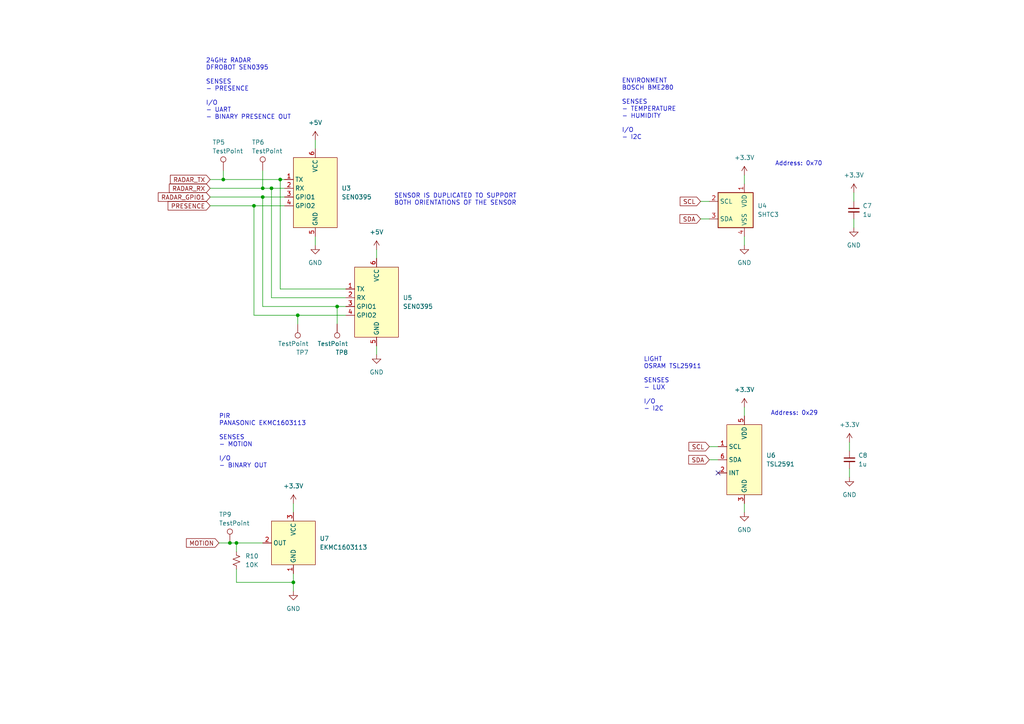
<source format=kicad_sch>
(kicad_sch (version 20211123) (generator eeschema)
  (paper "A4")
  (title_block (title "ESPHome MultiPresence Sensor") (rev "1.0") (comment 1 "Sensors"))
  (lib_symbols
    (symbol "Connector:TestPoint" (pin_numbers hide) (pin_names (offset 0.762) hide)
      (property "Reference" "TP" (at 0 6.858 0))
      (property "Value" "TestPoint" (at 0 5.08 0))
      (symbol "TestPoint_0_1"
        (circle (center 0 3.302) (radius 0.762))
      )
      (symbol "TestPoint_1_1"
        (pin passive line (at 0 0 90) (length 2.54) (name "1") (number "1"))
      )
    )
    (symbol "Device:C_Small" (pin_numbers hide) (pin_names (offset 0.254) hide)
      (property "Reference" "C" (at 0.254 1.778 0))
      (property "Value" "C_Small" (at 0.254 -2.032 0))
      (symbol "C_Small_0_1"
        (polyline (pts (xy -1.524 -0.508) (xy 1.524 -0.508)) (stroke (width 0.3302)))
        (polyline (pts (xy -1.524 0.508) (xy 1.524 0.508)) (stroke (width 0.3048)))
      )
      (symbol "C_Small_1_1"
        (pin passive line (at 0 2.54 270) (length 2.032) (name "~") (number "1"))
        (pin passive line (at 0 -2.54 90) (length 2.032) (name "~") (number "2"))
      )
    )
    (symbol "Device:R_Small_US" (pin_numbers hide) (pin_names (offset 0.254) hide)
      (property "Reference" "R" (at 0.762 0.508 0))
      (property "Value" "R_Small_US" (at 0.762 -1.016 0))
      (symbol "R_Small_US_1_1"
        (polyline (pts (xy 0 0) (xy 1.016 -0.381) (xy 0 -0.762) (xy -1.016 -1.143) (xy 0 -1.524)))
        (polyline (pts (xy 0 1.524) (xy 1.016 1.143) (xy 0 0.762) (xy -1.016 0.381) (xy 0 0)))
        (pin passive line (at 0 2.54 270) (length 1.016) (name "~") (number "1"))
        (pin passive line (at 0 -2.54 90) (length 1.016) (name "~") (number "2"))
      )
    )
    (symbol "My Symbols:EKMxxxxxxxxx"
      (property "Reference" "U" (at 5.08 -2.54 0))
      (property "Value" "EKMxxxxxxxxx" (at 5.08 0 0))
      (symbol "EKMxxxxxxxxx_0_1"
        (rectangle (start -6.35 -6.35) (end 6.35 -19.05) (fill (type background)))
      )
      (symbol "EKMxxxxxxxxx_1_1"
        (pin input line (at 0 -21.59 90) (length 2.54) (name "GND") (number "1"))
        (pin input line (at -8.89 -12.7 0) (length 2.54) (name "OUT") (number "2"))
        (pin input line (at 0 -3.81 270) (length 2.54) (name "VCC") (number "3"))
      )
    )
    (symbol "My Symbols:SEN0395"
      (property "Reference" "U" (at 5.08 -2.54 0))
      (property "Value" "SEN0395" (at 5.08 0 0))
      (symbol "SEN0395_0_1"
        (rectangle (start -6.35 -6.35) (end 6.35 -26.67) (fill (type background)))
      )
      (symbol "SEN0395_1_1"
        (pin input line (at -8.89 -12.7 0) (length 2.54) (name "TX") (number "1"))
        (pin input line (at -8.89 -15.24 0) (length 2.54) (name "RX") (number "2"))
        (pin input line (at -8.89 -17.78 0) (length 2.54) (name "GPIO1") (number "3"))
        (pin input line (at -8.89 -20.32 0) (length 2.54) (name "GPIO2") (number "4"))
        (pin input line (at 0 -29.21 90) (length 2.54) (name "GND") (number "5"))
        (pin input line (at 0 -3.81 270) (length 2.54) (name "VCC") (number "6"))
        (pin input line (at 8.89 -15.24 180) (length 2.54) hide (name "NC1") (number "7"))
        (pin input line (at 8.89 -17.78 180) (length 2.54) hide (name "NC2") (number "8"))
      )
    )
    (symbol "My Symbols:TSL2591"
      (property "Reference" "U" (at 3.81 -15.24 0))
      (property "Value" "TSL2591" (at 3.81 -12.7 0))
      (symbol "TSL2591_0_1"
        (rectangle (start -5.08 -17.78) (end 5.08 -38.1) (fill (type background)))
      )
      (symbol "TSL2591_1_1"
        (pin input line (at -7.62 -24.13 0) (length 2.54) (name "SCL") (number "1"))
        (pin input line (at -7.62 -31.75 0) (length 2.54) (name "INT") (number "2"))
        (pin input line (at 0 -40.64 90) (length 2.54) (name "GND") (number "3"))
        (pin input line (at 7.62 -27.94 180) (length 2.54) hide (name "NC") (number "4"))
        (pin input line (at 0 -15.24 270) (length 2.54) (name "VDD") (number "5"))
        (pin input line (at -7.62 -27.94 0) (length 2.54) (name "SDA") (number "6"))
      )
    )
    (symbol "Sensor_Humidity:SHTC3"
      (property "Reference" "U5" (at 6.35 1.2701 0))
      (property "Value" "SHTC3" (at 6.35 -1.2699 0))
      (symbol "SHTC3_1_1"
        (rectangle (start -5.08 5.08) (end 5.08 -5.08) (stroke (width 0.254)) (fill (type background)))
        (pin power_in line (at 2.54 7.62 270) (length 2.54) (name "VDD") (number "1"))
        (pin input line (at -7.62 2.54 0) (length 2.54) (name "SCL") (number "2"))
        (pin bidirectional line (at -7.62 -2.54 0) (length 2.54) (name "SDA") (number "3"))
        (pin power_in line (at 2.54 -7.62 90) (length 2.54) (name "VSS") (number "4"))
        (pin no_connect line (at 2.54 -7.62 90) (length 2.54) hide (name "VSS") (number "5"))
      )
    )
    (symbol "power:+3.3V" (power) (pin_names (offset 0))
      (property "Value" "+3.3V" (at 0 3.556 0))
      (symbol "+3.3V_0_1"
        (polyline (pts (xy -0.762 1.27) (xy 0 2.54)))
        (polyline (pts (xy 0 0) (xy 0 2.54)))
        (polyline (pts (xy 0 2.54) (xy 0.762 1.27)))
      )
      (symbol "+3.3V_1_1"
        (pin power_in line (at 0 0 90) (length 0) hide (name "+3.3V") (number "1"))
      )
    )
    (symbol "power:+5V" (power) (pin_names (offset 0))
      (property "Value" "+5V" (at 0 3.556 0))
      (symbol "+5V_0_1"
        (polyline (pts (xy -0.762 1.27) (xy 0 2.54)))
        (polyline (pts (xy 0 0) (xy 0 2.54)))
        (polyline (pts (xy 0 2.54) (xy 0.762 1.27)))
      )
      (symbol "+5V_1_1"
        (pin power_in line (at 0 0 90) (length 0) hide (name "+5V") (number "1"))
      )
    )
    (symbol "power:GND" (power) (pin_names (offset 0))
      (property "Value" "GND" (at 0 -3.81 0))
      (symbol "GND_0_1"
        (polyline (pts (xy 0 0) (xy 0 -1.27) (xy 1.27 -1.27) (xy 0 -2.54) (xy -1.27 -1.27) (xy 0 -1.27)))
      )
      (symbol "GND_1_1"
        (pin power_in line (at 0 0 270) (length 0) hide (name "GND") (number "1"))
      )
    )
  )
  (junction (at 68.58 157.48))
  (junction (at 64.77 52.07))
  (junction (at 78.74 54.61))
  (junction (at 73.66 59.69))
  (junction (at 76.2 54.61))
  (junction (at 97.79 88.9))
  (junction (at 81.28 52.07))
  (junction (at 66.675 157.48))
  (junction (at 76.2 57.15))
  (junction (at 86.36 91.44))
  (junction (at 85.09 168.91))
  (no_connect (at 208.28 137.16))
  (wire (pts (xy 246.38 135.89) (xy 246.38 138.43)))
  (wire (pts (xy 60.96 59.69) (xy 73.66 59.69)))
  (wire (pts (xy 66.675 157.48) (xy 68.58 157.48)))
  (wire (pts (xy 215.9 50.8) (xy 215.9 53.34)))
  (wire (pts (xy 247.65 55.88) (xy 247.65 58.42)))
  (wire (pts (xy 86.36 91.44) (xy 100.33 91.44)))
  (wire (pts (xy 78.74 86.36) (xy 78.74 54.61)))
  (wire (pts (xy 215.9 71.12) (xy 215.9 68.58)))
  (wire (pts (xy 203.2 63.5) (xy 205.74 63.5)))
  (wire (pts (xy 76.2 54.61) (xy 78.74 54.61)))
  (wire (pts (xy 97.79 88.9) (xy 76.2 88.9)))
  (wire (pts (xy 100.33 86.36) (xy 78.74 86.36)))
  (wire (pts (xy 205.74 129.54) (xy 208.28 129.54)))
  (wire (pts (xy 247.65 63.5) (xy 247.65 66.04)))
  (wire (pts (xy 85.09 146.05) (xy 85.09 148.59)))
  (wire (pts (xy 60.96 54.61) (xy 76.2 54.61)))
  (wire (pts (xy 91.44 40.64) (xy 91.44 43.18)))
  (wire (pts (xy 68.58 165.1) (xy 68.58 168.91)))
  (wire (pts (xy 85.09 168.91) (xy 85.09 166.37)))
  (wire (pts (xy 85.09 171.45) (xy 85.09 168.91)))
  (wire (pts (xy 64.77 49.53) (xy 64.77 52.07)))
  (wire (pts (xy 78.74 54.61) (xy 82.55 54.61)))
  (wire (pts (xy 246.38 128.27) (xy 246.38 130.81)))
  (wire (pts (xy 73.66 91.44) (xy 86.36 91.44)))
  (wire (pts (xy 68.58 157.48) (xy 76.2 157.48)))
  (wire (pts (xy 68.58 168.91) (xy 85.09 168.91)))
  (wire (pts (xy 73.66 59.69) (xy 82.55 59.69)))
  (wire (pts (xy 97.79 88.9) (xy 97.79 93.98)))
  (wire (pts (xy 215.9 118.11) (xy 215.9 120.65)))
  (wire (pts (xy 81.28 52.07) (xy 82.55 52.07)))
  (wire (pts (xy 81.28 83.82) (xy 81.28 52.07)))
  (wire (pts (xy 203.2 58.42) (xy 205.74 58.42)))
  (wire (pts (xy 76.2 49.53) (xy 76.2 54.61)))
  (wire (pts (xy 68.58 157.48) (xy 68.58 160.02)))
  (wire (pts (xy 60.96 52.07) (xy 64.77 52.07)))
  (wire (pts (xy 76.2 57.15) (xy 82.55 57.15)))
  (wire (pts (xy 100.33 88.9) (xy 97.79 88.9)))
  (wire (pts (xy 205.74 133.35) (xy 208.28 133.35)))
  (wire (pts (xy 86.36 93.98) (xy 86.36 91.44)))
  (wire (pts (xy 100.33 83.82) (xy 81.28 83.82)))
  (wire (pts (xy 73.66 59.69) (xy 73.66 91.44)))
  (wire (pts (xy 109.22 72.39) (xy 109.22 74.93)))
  (wire (pts (xy 64.77 52.07) (xy 81.28 52.07)))
  (wire (pts (xy 215.9 146.05) (xy 215.9 148.59)))
  (wire (pts (xy 91.44 71.12) (xy 91.44 68.58)))
  (wire (pts (xy 76.2 88.9) (xy 76.2 57.15)))
  (wire (pts (xy 63.5 157.48) (xy 66.675 157.48)))
  (wire (pts (xy 109.22 102.87) (xy 109.22 100.33)))
  (wire (pts (xy 60.96 57.15) (xy 76.2 57.15)))
  (text "\nPIR\nPANASONIC EKMC1603113\n\nSENSES\n- MOTION\n\nI/O\n- BINARY OUT\n" (at 63.5 135.89 0) (effects (font (size 1.27 1.27)) (justify left bottom)))
  (text "Address: 0x70" (at 224.79 48.26 0) (effects (font (size 1.27 1.27)) (justify left bottom)))
  (text "ENVIRONMENT\nBOSCH BME280\n\nSENSES\n- TEMPERATURE\n- HUMIDITY\n\nI/O\n- I2C" (at 180.34 40.64 0) (effects (font (size 1.27 1.27)) (justify left bottom)))
  (text "24GHz RADAR\nDFROBOT SEN0395\n\nSENSES\n- PRESENCE\n\nI/O\n- UART\n- BINARY PRESENCE OUT\n\n" (at 59.69 36.83 0) (effects (font (size 1.27 1.27)) (justify left bottom)))
  (text "Address: 0x29\n" (at 223.52 120.65 0) (effects (font (size 1.27 1.27)) (justify left bottom)))
  (text "LIGHT\nOSRAM TSL25911\n\nSENSES\n- LUX\n\nI/O\n- I2C" (at 186.69 119.38 0) (effects (font (size 1.27 1.27)) (justify left bottom)))
  (text "SENSOR IS DUPLICATED TO SUPPORT\nBOTH ORIENTATIONS OF THE SENSOR" (at 114.3 59.69 0) (effects (font (size 1.27 1.27)) (justify left bottom)))
  (global_label "SDA" (shape input) (at 203.2 63.5 180) (property "Intersheet References" "${INTERSHEET_REFS}" (effects hide)))
  (global_label "RADAR_RX" (shape input) (at 60.96 54.61 180) (property "Intersheet References" "${INTERSHEET_REFS}" (effects hide)))
  (global_label "SCL" (shape input) (at 205.74 129.54 180) (property "Intersheet References" "${INTERSHEET_REFS}" (effects hide)))
  (global_label "SCL" (shape input) (at 203.2 58.42 180) (property "Intersheet References" "${INTERSHEET_REFS}" (effects hide)))
  (global_label "PRESENCE" (shape input) (at 60.96 59.69 180) (property "Intersheet References" "${INTERSHEET_REFS}" (effects hide)))
  (global_label "RADAR_TX" (shape input) (at 60.96 52.07 180) (property "Intersheet References" "${INTERSHEET_REFS}" (effects hide)))
  (global_label "MOTION" (shape input) (at 63.5 157.48 180) (property "Intersheet References" "${INTERSHEET_REFS}" (effects hide)))
  (global_label "RADAR_GPIO1" (shape input) (at 60.96 57.15 180) (property "Intersheet References" "${INTERSHEET_REFS}" (effects hide)))
  (global_label "SDA" (shape input) (at 205.74 133.35 180) (property "Intersheet References" "${INTERSHEET_REFS}" (effects hide)))
  (symbol (lib_id "power:GND") (at 109.22 102.87 0) (unit 1)
    (property "Reference" "#PWR024" (effects hide))
    (property "Value" "GND" (at 109.22 107.95 0))
  )
  (symbol (lib_id "Device:C_Small") (at 246.38 133.35 0) (unit 1)
    (property "Reference" "C8" (at 248.92 132.0862 0) (effects (justify left)))
    (property "Value" "1u" (at 248.92 134.6262 0) (effects (justify left)))
    (property "Footprint" "Resistor_SMD:R_0603_1608Metric" (effects hide))
  )
  (symbol (lib_id "Connector:TestPoint") (at 97.79 93.98 180) (unit 1)
    (property "Reference" "TP8" (at 100.965 102.235 0) (effects (justify left)))
    (property "Value" "TestPoint" (at 100.965 99.695 0) (effects (justify left)))
    (property "Footprint" "TestPoint:TestPoint_THTPad_2.0x2.0mm_Drill1.0mm" (effects hide))
  )
  (symbol (lib_id "power:+3.3V") (at 215.9 118.11 0) (unit 1)
    (property "Reference" "#PWR025" (effects hide))
    (property "Value" "+3.3V" (at 215.9 113.03 0))
  )
  (symbol (lib_id "Connector:TestPoint") (at 76.2 49.53 0) (unit 1)
    (property "Reference" "TP6" (at 73.025 41.275 0) (effects (justify left)))
    (property "Value" "TestPoint" (at 73.025 43.815 0) (effects (justify left)))
    (property "Footprint" "TestPoint:TestPoint_THTPad_2.0x2.0mm_Drill1.0mm" (effects hide))
  )
  (symbol (lib_id "power:GND") (at 91.44 71.12 0) (unit 1)
    (property "Reference" "#PWR021" (effects hide))
    (property "Value" "GND" (at 91.44 76.2 0))
  )
  (symbol (lib_id "power:+3.3V") (at 247.65 55.88 0) (unit 1)
    (property "Reference" "#PWR019" (effects hide))
    (property "Value" "+3.3V" (at 247.65 50.8 0))
  )
  (symbol (lib_id "power:+3.3V") (at 215.9 50.8 0) (unit 1)
    (property "Reference" "#PWR018" (effects hide))
    (property "Value" "+3.3V" (at 215.9 45.72 0))
  )
  (symbol (lib_id "Device:C_Small") (at 247.65 60.96 0) (unit 1)
    (property "Reference" "C7" (at 250.19 59.6962 0) (effects (justify left)))
    (property "Value" "1u" (at 250.19 62.2362 0) (effects (justify left)))
    (property "Footprint" "Resistor_SMD:R_0603_1608Metric" (effects hide))
  )
  (symbol (lib_id "power:+5V") (at 109.22 72.39 0) (unit 1)
    (property "Reference" "#PWR023" (effects hide))
    (property "Value" "+5V" (at 109.22 67.31 0))
  )
  (symbol (lib_id "power:+3.3V") (at 246.38 128.27 0) (unit 1)
    (property "Reference" "#PWR026" (effects hide))
    (property "Value" "+3.3V" (at 246.38 123.19 0))
  )
  (symbol (lib_id "My Symbols:TSL2591") (at 215.9 105.41 0) (unit 1)
    (property "Reference" "U6" (at 222.25 132.0799 0) (effects (justify left)))
    (property "Value" "TSL2591" (at 222.25 134.6199 0) (effects (justify left)))
    (property "Footprint" "My Footprints:ODFN-6" (effects hide))
    (property "Datasheet" "https://www.mouser.com/datasheet/2/588/TSL2591_DS000338_6_00-1623895.pdf" (effects hide))
  )
  (symbol (lib_id "Connector:TestPoint") (at 86.36 93.98 180) (unit 1)
    (property "Reference" "TP7" (at 89.535 102.235 0) (effects (justify left)))
    (property "Value" "TestPoint" (at 89.535 99.695 0) (effects (justify left)))
    (property "Footprint" "TestPoint:TestPoint_THTPad_2.0x2.0mm_Drill1.0mm" (effects hide))
  )
  (symbol (lib_id "Connector:TestPoint") (at 66.675 157.48 0) (unit 1)
    (property "Reference" "TP9" (at 63.5 149.225 0) (effects (justify left)))
    (property "Value" "TestPoint" (at 63.5 151.765 0) (effects (justify left)))
    (property "Footprint" "TestPoint:TestPoint_THTPad_2.0x2.0mm_Drill1.0mm" (effects hide))
  )
  (symbol (lib_id "My Symbols:SEN0395") (at 91.44 39.37 0) (unit 1)
    (property "Reference" "U3" (at 99.06 54.6099 0) (effects (justify left)))
    (property "Value" "SEN0395" (at 99.06 57.1499 0) (effects (justify left)))
    (property "Footprint" "My Footprints:SEN0395" (effects hide))
    (property "Datasheet" "https://wiki.dfrobot.com/mmWave_Radar_Human_Presence_Detection_SKU_SEN0395" (effects hide))
  )
  (symbol (lib_id "power:GND") (at 247.65 66.04 0) (unit 1)
    (property "Reference" "#PWR020" (effects hide))
    (property "Value" "GND" (at 247.65 71.12 0))
  )
  (symbol (lib_id "power:GND") (at 246.38 138.43 0) (unit 1)
    (property "Reference" "#PWR027" (effects hide))
    (property "Value" "GND" (at 246.38 143.51 0))
  )
  (symbol (lib_id "power:GND") (at 215.9 148.59 0) (unit 1)
    (property "Reference" "#PWR029" (effects hide))
    (property "Value" "GND" (at 215.9 153.67 0))
  )
  (symbol (lib_id "Connector:TestPoint") (at 64.77 49.53 0) (unit 1)
    (property "Reference" "TP5" (at 61.595 41.275 0) (effects (justify left)))
    (property "Value" "TestPoint" (at 61.595 43.815 0) (effects (justify left)))
    (property "Footprint" "TestPoint:TestPoint_THTPad_2.0x2.0mm_Drill1.0mm" (effects hide))
  )
  (symbol (lib_id "Device:R_Small_US") (at 68.58 162.56 0) (unit 1)
    (property "Reference" "R10" (at 71.12 161.2899 0) (effects (justify left)))
    (property "Value" "10K" (at 71.12 163.8299 0) (effects (justify left)))
    (property "Footprint" "Resistor_SMD:R_0603_1608Metric" (effects hide))
  )
  (symbol (lib_id "My Symbols:SEN0395") (at 109.22 71.12 0) (unit 1)
    (property "Reference" "U5" (at 116.84 86.3599 0) (effects (justify left)))
    (property "Value" "SEN0395" (at 116.84 88.8999 0) (effects (justify left)))
    (property "Footprint" "My Footprints:SEN0395" (effects hide))
    (property "Datasheet" "https://wiki.dfrobot.com/mmWave_Radar_Human_Presence_Detection_SKU_SEN0395" (effects hide))
  )
  (symbol (lib_id "power:+3.3V") (at 85.09 146.05 0) (unit 1)
    (property "Reference" "#PWR028" (effects hide))
    (property "Value" "+3.3V" (at 85.09 140.97 0))
  )
  (symbol (lib_id "My Symbols:EKMxxxxxxxxx") (at 85.09 144.78 0) (unit 1)
    (property "Reference" "U7" (at 92.71 156.2099 0) (effects (justify left)))
    (property "Value" "EKMC1603113" (at 92.71 158.7499 0) (effects (justify left)))
    (property "Footprint" "My Footprints:EKMxxxxxxxxx" (effects hide))
    (property "Datasheet" "https://www.mouser.com/datasheet/2/315/PANA_S_A0009105372_1-2560853.pdf" (effects hide))
  )
  (symbol (lib_id "Sensor_Humidity:SHTC3") (at 213.36 60.96 0) (unit 1)
    (property "Reference" "U4" (at 219.71 59.6899 0) (effects (justify left)))
    (property "Value" "SHTC3" (at 219.71 62.2299 0) (effects (justify left)))
    (property "Footprint" "Sensor_Humidity:Sensirion_DFN-4-1EP_2x2mm_P1mm_EP0.7x1.6mm" (effects hide))
    (property "Datasheet" "https://www.sensirion.com/fileadmin/user_upload/customers/sensirion/Dokumente/0_Datasheets/Humidity/Sensirion_Humidity_Sensors_SHTC3_Datasheet.pdf" (effects hide))
  )
  (symbol (lib_id "power:+5V") (at 91.44 40.64 0) (unit 1)
    (property "Reference" "#PWR017" (effects hide))
    (property "Value" "+5V" (at 91.44 35.56 0))
  )
  (symbol (lib_id "power:GND") (at 85.09 171.45 0) (unit 1)
    (property "Reference" "#PWR030" (effects hide))
    (property "Value" "GND" (at 85.09 176.53 0))
  )
  (symbol (lib_id "power:GND") (at 215.9 71.12 0) (unit 1)
    (property "Reference" "#PWR022" (effects hide))
    (property "Value" "GND" (at 215.9 76.2 0))
  )
)
</source>
